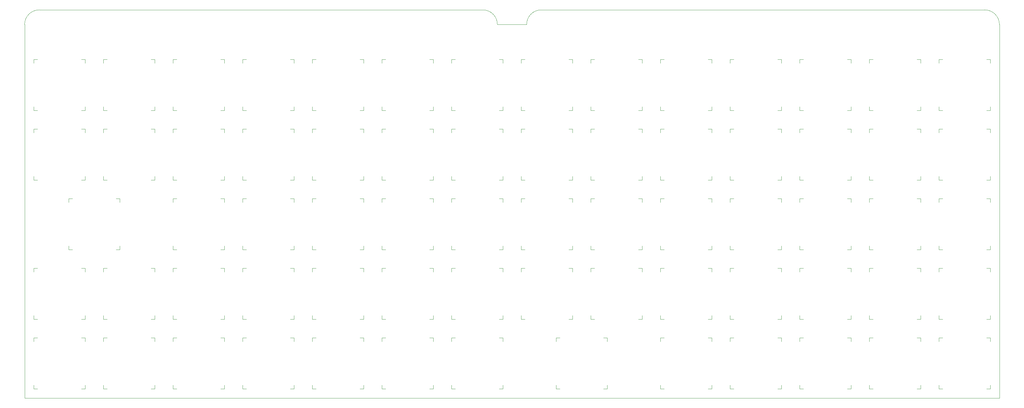
<source format=gbr>
G04 #@! TF.GenerationSoftware,KiCad,Pcbnew,(5.1.5)-3*
G04 #@! TF.CreationDate,2020-01-29T02:04:40-08:00*
G04 #@! TF.ProjectId,keyboard,6b657962-6f61-4726-942e-6b696361645f,rev?*
G04 #@! TF.SameCoordinates,Original*
G04 #@! TF.FileFunction,Legend,Bot*
G04 #@! TF.FilePolarity,Positive*
%FSLAX46Y46*%
G04 Gerber Fmt 4.6, Leading zero omitted, Abs format (unit mm)*
G04 Created by KiCad (PCBNEW (5.1.5)-3) date 2020-01-29 02:04:40*
%MOMM*%
%LPD*%
G04 APERTURE LIST*
%ADD10C,0.120000*%
%ADD11C,4.089800*%
%ADD12C,3.102000*%
%ADD13C,3.402000*%
%ADD14O,1.302000X2.002000*%
%ADD15C,1.552000*%
G04 APERTURE END LIST*
D10*
X222316035Y-90789728D02*
X230316035Y-90789728D01*
X359666001Y-90789728D02*
G75*
G03X355666001Y-86789728I-4000000J0D01*
G01*
X355666001Y-86789728D02*
X234316035Y-86789728D01*
X359666001Y-193039800D02*
X359666001Y-90789728D01*
X234316035Y-86789728D02*
G75*
G03X230316035Y-90789728I0J-4000000D01*
G01*
X222316035Y-90789728D02*
G75*
G03X218316035Y-86789728I-4000000J0D01*
G01*
X96966085Y-86789728D02*
G75*
G03X92966085Y-90789728I0J-4000000D01*
G01*
X218316035Y-86789728D02*
X96966085Y-86789728D01*
X92966085Y-90789728D02*
X92966085Y-193039800D01*
X359666001Y-193039800D02*
X92966085Y-193039800D01*
X119015199Y-152415365D02*
X119015199Y-151415365D01*
X118015199Y-138415365D02*
X119015199Y-138415365D01*
X119015199Y-152415365D02*
X118015199Y-152415365D01*
X119015199Y-139415365D02*
X119015199Y-138415365D01*
X105015199Y-138415365D02*
X105015199Y-139415365D01*
X106015199Y-152415365D02*
X105015199Y-152415365D01*
X105015199Y-138415365D02*
X106015199Y-138415365D01*
X105015199Y-151415365D02*
X105015199Y-152415365D01*
X128540199Y-190515266D02*
X128540199Y-189515266D01*
X127540199Y-176515266D02*
X128540199Y-176515266D01*
X128540199Y-190515266D02*
X127540199Y-190515266D01*
X128540199Y-177515266D02*
X128540199Y-176515266D01*
X114540199Y-176515266D02*
X114540199Y-177515266D01*
X115540199Y-190515266D02*
X114540199Y-190515266D01*
X114540199Y-176515266D02*
X115540199Y-176515266D01*
X114540199Y-189515266D02*
X114540199Y-190515266D01*
X357140274Y-114315350D02*
X357140274Y-113315350D01*
X356140274Y-100315350D02*
X357140274Y-100315350D01*
X357140274Y-114315350D02*
X356140274Y-114315350D01*
X357140274Y-101315350D02*
X357140274Y-100315350D01*
X343140274Y-100315350D02*
X343140274Y-101315350D01*
X344140274Y-114315350D02*
X343140274Y-114315350D01*
X343140274Y-100315350D02*
X344140274Y-100315350D01*
X343140274Y-113315350D02*
X343140274Y-114315350D01*
X109490199Y-114315350D02*
X109490199Y-113315350D01*
X108490199Y-100315350D02*
X109490199Y-100315350D01*
X109490199Y-114315350D02*
X108490199Y-114315350D01*
X109490199Y-101315350D02*
X109490199Y-100315350D01*
X95490199Y-100315350D02*
X95490199Y-101315350D01*
X96490199Y-114315350D02*
X95490199Y-114315350D01*
X95490199Y-100315350D02*
X96490199Y-100315350D01*
X95490199Y-113315350D02*
X95490199Y-114315350D01*
X128540199Y-114315350D02*
X128540199Y-113315350D01*
X127540199Y-100315350D02*
X128540199Y-100315350D01*
X128540199Y-114315350D02*
X127540199Y-114315350D01*
X128540199Y-101315350D02*
X128540199Y-100315350D01*
X114540199Y-100315350D02*
X114540199Y-101315350D01*
X115540199Y-114315350D02*
X114540199Y-114315350D01*
X114540199Y-100315350D02*
X115540199Y-100315350D01*
X114540199Y-113315350D02*
X114540199Y-114315350D01*
X147590199Y-114315350D02*
X147590199Y-113315350D01*
X146590199Y-100315350D02*
X147590199Y-100315350D01*
X147590199Y-114315350D02*
X146590199Y-114315350D01*
X147590199Y-101315350D02*
X147590199Y-100315350D01*
X133590199Y-100315350D02*
X133590199Y-101315350D01*
X134590199Y-114315350D02*
X133590199Y-114315350D01*
X133590199Y-100315350D02*
X134590199Y-100315350D01*
X133590199Y-113315350D02*
X133590199Y-114315350D01*
X357140274Y-133365350D02*
X357140274Y-132365350D01*
X356140274Y-119365350D02*
X357140274Y-119365350D01*
X357140274Y-133365350D02*
X356140274Y-133365350D01*
X357140274Y-120365350D02*
X357140274Y-119365350D01*
X343140274Y-119365350D02*
X343140274Y-120365350D01*
X344140274Y-133365350D02*
X343140274Y-133365350D01*
X343140274Y-119365350D02*
X344140274Y-119365350D01*
X343140274Y-132365350D02*
X343140274Y-133365350D01*
X357140274Y-152415365D02*
X357140274Y-151415365D01*
X356140274Y-138415365D02*
X357140274Y-138415365D01*
X357140274Y-152415365D02*
X356140274Y-152415365D01*
X357140274Y-139415365D02*
X357140274Y-138415365D01*
X343140274Y-138415365D02*
X343140274Y-139415365D01*
X344140274Y-152415365D02*
X343140274Y-152415365D01*
X343140274Y-138415365D02*
X344140274Y-138415365D01*
X343140274Y-151415365D02*
X343140274Y-152415365D01*
X357140274Y-171465351D02*
X357140274Y-170465351D01*
X356140274Y-157465351D02*
X357140274Y-157465351D01*
X357140274Y-171465351D02*
X356140274Y-171465351D01*
X357140274Y-158465351D02*
X357140274Y-157465351D01*
X343140274Y-157465351D02*
X343140274Y-158465351D01*
X344140274Y-171465351D02*
X343140274Y-171465351D01*
X343140274Y-157465351D02*
X344140274Y-157465351D01*
X343140274Y-170465351D02*
X343140274Y-171465351D01*
X357140275Y-190515265D02*
X357140275Y-189515265D01*
X356140275Y-176515265D02*
X357140275Y-176515265D01*
X357140275Y-190515265D02*
X356140275Y-190515265D01*
X357140275Y-177515265D02*
X357140275Y-176515265D01*
X343140275Y-176515265D02*
X343140275Y-177515265D01*
X344140275Y-190515265D02*
X343140275Y-190515265D01*
X343140275Y-176515265D02*
X344140275Y-176515265D01*
X343140275Y-189515265D02*
X343140275Y-190515265D01*
X338090349Y-114315350D02*
X338090349Y-113315350D01*
X337090349Y-100315350D02*
X338090349Y-100315350D01*
X338090349Y-114315350D02*
X337090349Y-114315350D01*
X338090349Y-101315350D02*
X338090349Y-100315350D01*
X324090349Y-100315350D02*
X324090349Y-101315350D01*
X325090349Y-114315350D02*
X324090349Y-114315350D01*
X324090349Y-100315350D02*
X325090349Y-100315350D01*
X324090349Y-113315350D02*
X324090349Y-114315350D01*
X338090349Y-133365350D02*
X338090349Y-132365350D01*
X337090349Y-119365350D02*
X338090349Y-119365350D01*
X338090349Y-133365350D02*
X337090349Y-133365350D01*
X338090349Y-120365350D02*
X338090349Y-119365350D01*
X324090349Y-119365350D02*
X324090349Y-120365350D01*
X325090349Y-133365350D02*
X324090349Y-133365350D01*
X324090349Y-119365350D02*
X325090349Y-119365350D01*
X324090349Y-132365350D02*
X324090349Y-133365350D01*
X338090349Y-152415365D02*
X338090349Y-151415365D01*
X337090349Y-138415365D02*
X338090349Y-138415365D01*
X338090349Y-152415365D02*
X337090349Y-152415365D01*
X338090349Y-139415365D02*
X338090349Y-138415365D01*
X324090349Y-138415365D02*
X324090349Y-139415365D01*
X325090349Y-152415365D02*
X324090349Y-152415365D01*
X324090349Y-138415365D02*
X325090349Y-138415365D01*
X324090349Y-151415365D02*
X324090349Y-152415365D01*
X338090349Y-171465351D02*
X338090349Y-170465351D01*
X337090349Y-157465351D02*
X338090349Y-157465351D01*
X338090349Y-171465351D02*
X337090349Y-171465351D01*
X338090349Y-158465351D02*
X338090349Y-157465351D01*
X324090349Y-157465351D02*
X324090349Y-158465351D01*
X325090349Y-171465351D02*
X324090349Y-171465351D01*
X324090349Y-157465351D02*
X325090349Y-157465351D01*
X324090349Y-170465351D02*
X324090349Y-171465351D01*
X338090350Y-190515265D02*
X338090350Y-189515265D01*
X337090350Y-176515265D02*
X338090350Y-176515265D01*
X338090350Y-190515265D02*
X337090350Y-190515265D01*
X338090350Y-177515265D02*
X338090350Y-176515265D01*
X324090350Y-176515265D02*
X324090350Y-177515265D01*
X325090350Y-190515265D02*
X324090350Y-190515265D01*
X324090350Y-176515265D02*
X325090350Y-176515265D01*
X324090350Y-189515265D02*
X324090350Y-190515265D01*
X319040349Y-114315350D02*
X319040349Y-113315350D01*
X318040349Y-100315350D02*
X319040349Y-100315350D01*
X319040349Y-114315350D02*
X318040349Y-114315350D01*
X319040349Y-101315350D02*
X319040349Y-100315350D01*
X305040349Y-100315350D02*
X305040349Y-101315350D01*
X306040349Y-114315350D02*
X305040349Y-114315350D01*
X305040349Y-100315350D02*
X306040349Y-100315350D01*
X305040349Y-113315350D02*
X305040349Y-114315350D01*
X319040349Y-133365350D02*
X319040349Y-132365350D01*
X318040349Y-119365350D02*
X319040349Y-119365350D01*
X319040349Y-133365350D02*
X318040349Y-133365350D01*
X319040349Y-120365350D02*
X319040349Y-119365350D01*
X305040349Y-119365350D02*
X305040349Y-120365350D01*
X306040349Y-133365350D02*
X305040349Y-133365350D01*
X305040349Y-119365350D02*
X306040349Y-119365350D01*
X305040349Y-132365350D02*
X305040349Y-133365350D01*
X319040349Y-152415365D02*
X319040349Y-151415365D01*
X318040349Y-138415365D02*
X319040349Y-138415365D01*
X319040349Y-152415365D02*
X318040349Y-152415365D01*
X319040349Y-139415365D02*
X319040349Y-138415365D01*
X305040349Y-138415365D02*
X305040349Y-139415365D01*
X306040349Y-152415365D02*
X305040349Y-152415365D01*
X305040349Y-138415365D02*
X306040349Y-138415365D01*
X305040349Y-151415365D02*
X305040349Y-152415365D01*
X319040349Y-171465351D02*
X319040349Y-170465351D01*
X318040349Y-157465351D02*
X319040349Y-157465351D01*
X319040349Y-171465351D02*
X318040349Y-171465351D01*
X319040349Y-158465351D02*
X319040349Y-157465351D01*
X305040349Y-157465351D02*
X305040349Y-158465351D01*
X306040349Y-171465351D02*
X305040349Y-171465351D01*
X305040349Y-157465351D02*
X306040349Y-157465351D01*
X305040349Y-170465351D02*
X305040349Y-171465351D01*
X319040350Y-190515265D02*
X319040350Y-189515265D01*
X318040350Y-176515265D02*
X319040350Y-176515265D01*
X319040350Y-190515265D02*
X318040350Y-190515265D01*
X319040350Y-177515265D02*
X319040350Y-176515265D01*
X305040350Y-176515265D02*
X305040350Y-177515265D01*
X306040350Y-190515265D02*
X305040350Y-190515265D01*
X305040350Y-176515265D02*
X306040350Y-176515265D01*
X305040350Y-189515265D02*
X305040350Y-190515265D01*
X299990349Y-114315350D02*
X299990349Y-113315350D01*
X298990349Y-100315350D02*
X299990349Y-100315350D01*
X299990349Y-114315350D02*
X298990349Y-114315350D01*
X299990349Y-101315350D02*
X299990349Y-100315350D01*
X285990349Y-100315350D02*
X285990349Y-101315350D01*
X286990349Y-114315350D02*
X285990349Y-114315350D01*
X285990349Y-100315350D02*
X286990349Y-100315350D01*
X285990349Y-113315350D02*
X285990349Y-114315350D01*
X299990349Y-133365350D02*
X299990349Y-132365350D01*
X298990349Y-119365350D02*
X299990349Y-119365350D01*
X299990349Y-133365350D02*
X298990349Y-133365350D01*
X299990349Y-120365350D02*
X299990349Y-119365350D01*
X285990349Y-119365350D02*
X285990349Y-120365350D01*
X286990349Y-133365350D02*
X285990349Y-133365350D01*
X285990349Y-119365350D02*
X286990349Y-119365350D01*
X285990349Y-132365350D02*
X285990349Y-133365350D01*
X299990349Y-152415365D02*
X299990349Y-151415365D01*
X298990349Y-138415365D02*
X299990349Y-138415365D01*
X299990349Y-152415365D02*
X298990349Y-152415365D01*
X299990349Y-139415365D02*
X299990349Y-138415365D01*
X285990349Y-138415365D02*
X285990349Y-139415365D01*
X286990349Y-152415365D02*
X285990349Y-152415365D01*
X285990349Y-138415365D02*
X286990349Y-138415365D01*
X285990349Y-151415365D02*
X285990349Y-152415365D01*
X299990349Y-171465351D02*
X299990349Y-170465351D01*
X298990349Y-157465351D02*
X299990349Y-157465351D01*
X299990349Y-171465351D02*
X298990349Y-171465351D01*
X299990349Y-158465351D02*
X299990349Y-157465351D01*
X285990349Y-157465351D02*
X285990349Y-158465351D01*
X286990349Y-171465351D02*
X285990349Y-171465351D01*
X285990349Y-157465351D02*
X286990349Y-157465351D01*
X285990349Y-170465351D02*
X285990349Y-171465351D01*
X299990350Y-190515265D02*
X299990350Y-189515265D01*
X298990350Y-176515265D02*
X299990350Y-176515265D01*
X299990350Y-190515265D02*
X298990350Y-190515265D01*
X299990350Y-177515265D02*
X299990350Y-176515265D01*
X285990350Y-176515265D02*
X285990350Y-177515265D01*
X286990350Y-190515265D02*
X285990350Y-190515265D01*
X285990350Y-176515265D02*
X286990350Y-176515265D01*
X285990350Y-189515265D02*
X285990350Y-190515265D01*
X280940349Y-114315350D02*
X280940349Y-113315350D01*
X279940349Y-100315350D02*
X280940349Y-100315350D01*
X280940349Y-114315350D02*
X279940349Y-114315350D01*
X280940349Y-101315350D02*
X280940349Y-100315350D01*
X266940349Y-100315350D02*
X266940349Y-101315350D01*
X267940349Y-114315350D02*
X266940349Y-114315350D01*
X266940349Y-100315350D02*
X267940349Y-100315350D01*
X266940349Y-113315350D02*
X266940349Y-114315350D01*
X280940349Y-133365350D02*
X280940349Y-132365350D01*
X279940349Y-119365350D02*
X280940349Y-119365350D01*
X280940349Y-133365350D02*
X279940349Y-133365350D01*
X280940349Y-120365350D02*
X280940349Y-119365350D01*
X266940349Y-119365350D02*
X266940349Y-120365350D01*
X267940349Y-133365350D02*
X266940349Y-133365350D01*
X266940349Y-119365350D02*
X267940349Y-119365350D01*
X266940349Y-132365350D02*
X266940349Y-133365350D01*
X280940349Y-152415365D02*
X280940349Y-151415365D01*
X279940349Y-138415365D02*
X280940349Y-138415365D01*
X280940349Y-152415365D02*
X279940349Y-152415365D01*
X280940349Y-139415365D02*
X280940349Y-138415365D01*
X266940349Y-138415365D02*
X266940349Y-139415365D01*
X267940349Y-152415365D02*
X266940349Y-152415365D01*
X266940349Y-138415365D02*
X267940349Y-138415365D01*
X266940349Y-151415365D02*
X266940349Y-152415365D01*
X280940349Y-171465351D02*
X280940349Y-170465351D01*
X279940349Y-157465351D02*
X280940349Y-157465351D01*
X280940349Y-171465351D02*
X279940349Y-171465351D01*
X280940349Y-158465351D02*
X280940349Y-157465351D01*
X266940349Y-157465351D02*
X266940349Y-158465351D01*
X267940349Y-171465351D02*
X266940349Y-171465351D01*
X266940349Y-157465351D02*
X267940349Y-157465351D01*
X266940349Y-170465351D02*
X266940349Y-171465351D01*
X280940350Y-190515265D02*
X280940350Y-189515265D01*
X279940350Y-176515265D02*
X280940350Y-176515265D01*
X280940350Y-190515265D02*
X279940350Y-190515265D01*
X280940350Y-177515265D02*
X280940350Y-176515265D01*
X266940350Y-176515265D02*
X266940350Y-177515265D01*
X267940350Y-190515265D02*
X266940350Y-190515265D01*
X266940350Y-176515265D02*
X267940350Y-176515265D01*
X266940350Y-189515265D02*
X266940350Y-190515265D01*
X261891049Y-114315350D02*
X261891049Y-113315350D01*
X260891049Y-100315350D02*
X261891049Y-100315350D01*
X261891049Y-114315350D02*
X260891049Y-114315350D01*
X261891049Y-101315350D02*
X261891049Y-100315350D01*
X247891049Y-100315350D02*
X247891049Y-101315350D01*
X248891049Y-114315350D02*
X247891049Y-114315350D01*
X247891049Y-100315350D02*
X248891049Y-100315350D01*
X247891049Y-113315350D02*
X247891049Y-114315350D01*
X261891049Y-133365350D02*
X261891049Y-132365350D01*
X260891049Y-119365350D02*
X261891049Y-119365350D01*
X261891049Y-133365350D02*
X260891049Y-133365350D01*
X261891049Y-120365350D02*
X261891049Y-119365350D01*
X247891049Y-119365350D02*
X247891049Y-120365350D01*
X248891049Y-133365350D02*
X247891049Y-133365350D01*
X247891049Y-119365350D02*
X248891049Y-119365350D01*
X247891049Y-132365350D02*
X247891049Y-133365350D01*
X261891049Y-152415365D02*
X261891049Y-151415365D01*
X260891049Y-138415365D02*
X261891049Y-138415365D01*
X261891049Y-152415365D02*
X260891049Y-152415365D01*
X261891049Y-139415365D02*
X261891049Y-138415365D01*
X247891049Y-138415365D02*
X247891049Y-139415365D01*
X248891049Y-152415365D02*
X247891049Y-152415365D01*
X247891049Y-138415365D02*
X248891049Y-138415365D01*
X247891049Y-151415365D02*
X247891049Y-152415365D01*
X261891049Y-171465351D02*
X261891049Y-170465351D01*
X260891049Y-157465351D02*
X261891049Y-157465351D01*
X261891049Y-171465351D02*
X260891049Y-171465351D01*
X261891049Y-158465351D02*
X261891049Y-157465351D01*
X247891049Y-157465351D02*
X247891049Y-158465351D01*
X248891049Y-171465351D02*
X247891049Y-171465351D01*
X247891049Y-157465351D02*
X248891049Y-157465351D01*
X247891049Y-170465351D02*
X247891049Y-171465351D01*
X252365199Y-190515265D02*
X252365199Y-189515265D01*
X251365199Y-176515265D02*
X252365199Y-176515265D01*
X252365199Y-190515265D02*
X251365199Y-190515265D01*
X252365199Y-177515265D02*
X252365199Y-176515265D01*
X238365199Y-176515265D02*
X238365199Y-177515265D01*
X239365199Y-190515265D02*
X238365199Y-190515265D01*
X238365199Y-176515265D02*
X239365199Y-176515265D01*
X238365199Y-189515265D02*
X238365199Y-190515265D01*
X242841199Y-114315350D02*
X242841199Y-113315350D01*
X241841199Y-100315350D02*
X242841199Y-100315350D01*
X242841199Y-114315350D02*
X241841199Y-114315350D01*
X242841199Y-101315350D02*
X242841199Y-100315350D01*
X228841199Y-100315350D02*
X228841199Y-101315350D01*
X229841199Y-114315350D02*
X228841199Y-114315350D01*
X228841199Y-100315350D02*
X229841199Y-100315350D01*
X228841199Y-113315350D02*
X228841199Y-114315350D01*
X242841199Y-133365350D02*
X242841199Y-132365350D01*
X241841199Y-119365350D02*
X242841199Y-119365350D01*
X242841199Y-133365350D02*
X241841199Y-133365350D01*
X242841199Y-120365350D02*
X242841199Y-119365350D01*
X228841199Y-119365350D02*
X228841199Y-120365350D01*
X229841199Y-133365350D02*
X228841199Y-133365350D01*
X228841199Y-119365350D02*
X229841199Y-119365350D01*
X228841199Y-132365350D02*
X228841199Y-133365350D01*
X242841199Y-152415365D02*
X242841199Y-151415365D01*
X241841199Y-138415365D02*
X242841199Y-138415365D01*
X242841199Y-152415365D02*
X241841199Y-152415365D01*
X242841199Y-139415365D02*
X242841199Y-138415365D01*
X228841199Y-138415365D02*
X228841199Y-139415365D01*
X229841199Y-152415365D02*
X228841199Y-152415365D01*
X228841199Y-138415365D02*
X229841199Y-138415365D01*
X228841199Y-151415365D02*
X228841199Y-152415365D01*
X242841199Y-171465351D02*
X242841199Y-170465351D01*
X241841199Y-157465351D02*
X242841199Y-157465351D01*
X242841199Y-171465351D02*
X241841199Y-171465351D01*
X242841199Y-158465351D02*
X242841199Y-157465351D01*
X228841199Y-157465351D02*
X228841199Y-158465351D01*
X229841199Y-171465351D02*
X228841199Y-171465351D01*
X228841199Y-157465351D02*
X229841199Y-157465351D01*
X228841199Y-170465351D02*
X228841199Y-171465351D01*
X223790200Y-114315350D02*
X223790200Y-113315350D01*
X222790200Y-100315350D02*
X223790200Y-100315350D01*
X223790200Y-114315350D02*
X222790200Y-114315350D01*
X223790200Y-101315350D02*
X223790200Y-100315350D01*
X209790200Y-100315350D02*
X209790200Y-101315350D01*
X210790200Y-114315350D02*
X209790200Y-114315350D01*
X209790200Y-100315350D02*
X210790200Y-100315350D01*
X209790200Y-113315350D02*
X209790200Y-114315350D01*
X223790200Y-133365351D02*
X223790200Y-132365351D01*
X222790200Y-119365351D02*
X223790200Y-119365351D01*
X223790200Y-133365351D02*
X222790200Y-133365351D01*
X223790200Y-120365351D02*
X223790200Y-119365351D01*
X209790200Y-119365351D02*
X209790200Y-120365351D01*
X210790200Y-133365351D02*
X209790200Y-133365351D01*
X209790200Y-119365351D02*
X210790200Y-119365351D01*
X209790200Y-132365351D02*
X209790200Y-133365351D01*
X223790200Y-152415365D02*
X223790200Y-151415365D01*
X222790200Y-138415365D02*
X223790200Y-138415365D01*
X223790200Y-152415365D02*
X222790200Y-152415365D01*
X223790200Y-139415365D02*
X223790200Y-138415365D01*
X209790200Y-138415365D02*
X209790200Y-139415365D01*
X210790200Y-152415365D02*
X209790200Y-152415365D01*
X209790200Y-138415365D02*
X210790200Y-138415365D01*
X209790200Y-151415365D02*
X209790200Y-152415365D01*
X223790200Y-171465351D02*
X223790200Y-170465351D01*
X222790200Y-157465351D02*
X223790200Y-157465351D01*
X223790200Y-171465351D02*
X222790200Y-171465351D01*
X223790200Y-158465351D02*
X223790200Y-157465351D01*
X209790200Y-157465351D02*
X209790200Y-158465351D01*
X210790200Y-171465351D02*
X209790200Y-171465351D01*
X209790200Y-157465351D02*
X210790200Y-157465351D01*
X209790200Y-170465351D02*
X209790200Y-171465351D01*
X223790200Y-190515266D02*
X223790200Y-189515266D01*
X222790200Y-176515266D02*
X223790200Y-176515266D01*
X223790200Y-190515266D02*
X222790200Y-190515266D01*
X223790200Y-177515266D02*
X223790200Y-176515266D01*
X209790200Y-176515266D02*
X209790200Y-177515266D01*
X210790200Y-190515266D02*
X209790200Y-190515266D01*
X209790200Y-176515266D02*
X210790200Y-176515266D01*
X209790200Y-189515266D02*
X209790200Y-190515266D01*
X204740199Y-114315350D02*
X204740199Y-113315350D01*
X203740199Y-100315350D02*
X204740199Y-100315350D01*
X204740199Y-114315350D02*
X203740199Y-114315350D01*
X204740199Y-101315350D02*
X204740199Y-100315350D01*
X190740199Y-100315350D02*
X190740199Y-101315350D01*
X191740199Y-114315350D02*
X190740199Y-114315350D01*
X190740199Y-100315350D02*
X191740199Y-100315350D01*
X190740199Y-113315350D02*
X190740199Y-114315350D01*
X204740199Y-133365351D02*
X204740199Y-132365351D01*
X203740199Y-119365351D02*
X204740199Y-119365351D01*
X204740199Y-133365351D02*
X203740199Y-133365351D01*
X204740199Y-120365351D02*
X204740199Y-119365351D01*
X190740199Y-119365351D02*
X190740199Y-120365351D01*
X191740199Y-133365351D02*
X190740199Y-133365351D01*
X190740199Y-119365351D02*
X191740199Y-119365351D01*
X190740199Y-132365351D02*
X190740199Y-133365351D01*
X204740199Y-152415365D02*
X204740199Y-151415365D01*
X203740199Y-138415365D02*
X204740199Y-138415365D01*
X204740199Y-152415365D02*
X203740199Y-152415365D01*
X204740199Y-139415365D02*
X204740199Y-138415365D01*
X190740199Y-138415365D02*
X190740199Y-139415365D01*
X191740199Y-152415365D02*
X190740199Y-152415365D01*
X190740199Y-138415365D02*
X191740199Y-138415365D01*
X190740199Y-151415365D02*
X190740199Y-152415365D01*
X204740199Y-171465351D02*
X204740199Y-170465351D01*
X203740199Y-157465351D02*
X204740199Y-157465351D01*
X204740199Y-171465351D02*
X203740199Y-171465351D01*
X204740199Y-158465351D02*
X204740199Y-157465351D01*
X190740199Y-157465351D02*
X190740199Y-158465351D01*
X191740199Y-171465351D02*
X190740199Y-171465351D01*
X190740199Y-157465351D02*
X191740199Y-157465351D01*
X190740199Y-170465351D02*
X190740199Y-171465351D01*
X204740199Y-190515266D02*
X204740199Y-189515266D01*
X203740199Y-176515266D02*
X204740199Y-176515266D01*
X204740199Y-190515266D02*
X203740199Y-190515266D01*
X204740199Y-177515266D02*
X204740199Y-176515266D01*
X190740199Y-176515266D02*
X190740199Y-177515266D01*
X191740199Y-190515266D02*
X190740199Y-190515266D01*
X190740199Y-176515266D02*
X191740199Y-176515266D01*
X190740199Y-189515266D02*
X190740199Y-190515266D01*
X185690199Y-114315350D02*
X185690199Y-113315350D01*
X184690199Y-100315350D02*
X185690199Y-100315350D01*
X185690199Y-114315350D02*
X184690199Y-114315350D01*
X185690199Y-101315350D02*
X185690199Y-100315350D01*
X171690199Y-100315350D02*
X171690199Y-101315350D01*
X172690199Y-114315350D02*
X171690199Y-114315350D01*
X171690199Y-100315350D02*
X172690199Y-100315350D01*
X171690199Y-113315350D02*
X171690199Y-114315350D01*
X185690199Y-133365351D02*
X185690199Y-132365351D01*
X184690199Y-119365351D02*
X185690199Y-119365351D01*
X185690199Y-133365351D02*
X184690199Y-133365351D01*
X185690199Y-120365351D02*
X185690199Y-119365351D01*
X171690199Y-119365351D02*
X171690199Y-120365351D01*
X172690199Y-133365351D02*
X171690199Y-133365351D01*
X171690199Y-119365351D02*
X172690199Y-119365351D01*
X171690199Y-132365351D02*
X171690199Y-133365351D01*
X185690199Y-152415365D02*
X185690199Y-151415365D01*
X184690199Y-138415365D02*
X185690199Y-138415365D01*
X185690199Y-152415365D02*
X184690199Y-152415365D01*
X185690199Y-139415365D02*
X185690199Y-138415365D01*
X171690199Y-138415365D02*
X171690199Y-139415365D01*
X172690199Y-152415365D02*
X171690199Y-152415365D01*
X171690199Y-138415365D02*
X172690199Y-138415365D01*
X171690199Y-151415365D02*
X171690199Y-152415365D01*
X185690199Y-171465351D02*
X185690199Y-170465351D01*
X184690199Y-157465351D02*
X185690199Y-157465351D01*
X185690199Y-171465351D02*
X184690199Y-171465351D01*
X185690199Y-158465351D02*
X185690199Y-157465351D01*
X171690199Y-157465351D02*
X171690199Y-158465351D01*
X172690199Y-171465351D02*
X171690199Y-171465351D01*
X171690199Y-157465351D02*
X172690199Y-157465351D01*
X171690199Y-170465351D02*
X171690199Y-171465351D01*
X185690199Y-190515266D02*
X185690199Y-189515266D01*
X184690199Y-176515266D02*
X185690199Y-176515266D01*
X185690199Y-190515266D02*
X184690199Y-190515266D01*
X185690199Y-177515266D02*
X185690199Y-176515266D01*
X171690199Y-176515266D02*
X171690199Y-177515266D01*
X172690199Y-190515266D02*
X171690199Y-190515266D01*
X171690199Y-176515266D02*
X172690199Y-176515266D01*
X171690199Y-189515266D02*
X171690199Y-190515266D01*
X166640199Y-114315350D02*
X166640199Y-113315350D01*
X165640199Y-100315350D02*
X166640199Y-100315350D01*
X166640199Y-114315350D02*
X165640199Y-114315350D01*
X166640199Y-101315350D02*
X166640199Y-100315350D01*
X152640199Y-100315350D02*
X152640199Y-101315350D01*
X153640199Y-114315350D02*
X152640199Y-114315350D01*
X152640199Y-100315350D02*
X153640199Y-100315350D01*
X152640199Y-113315350D02*
X152640199Y-114315350D01*
X166640199Y-133365351D02*
X166640199Y-132365351D01*
X165640199Y-119365351D02*
X166640199Y-119365351D01*
X166640199Y-133365351D02*
X165640199Y-133365351D01*
X166640199Y-120365351D02*
X166640199Y-119365351D01*
X152640199Y-119365351D02*
X152640199Y-120365351D01*
X153640199Y-133365351D02*
X152640199Y-133365351D01*
X152640199Y-119365351D02*
X153640199Y-119365351D01*
X152640199Y-132365351D02*
X152640199Y-133365351D01*
X166640199Y-152415365D02*
X166640199Y-151415365D01*
X165640199Y-138415365D02*
X166640199Y-138415365D01*
X166640199Y-152415365D02*
X165640199Y-152415365D01*
X166640199Y-139415365D02*
X166640199Y-138415365D01*
X152640199Y-138415365D02*
X152640199Y-139415365D01*
X153640199Y-152415365D02*
X152640199Y-152415365D01*
X152640199Y-138415365D02*
X153640199Y-138415365D01*
X152640199Y-151415365D02*
X152640199Y-152415365D01*
X166640199Y-171465351D02*
X166640199Y-170465351D01*
X165640199Y-157465351D02*
X166640199Y-157465351D01*
X166640199Y-171465351D02*
X165640199Y-171465351D01*
X166640199Y-158465351D02*
X166640199Y-157465351D01*
X152640199Y-157465351D02*
X152640199Y-158465351D01*
X153640199Y-171465351D02*
X152640199Y-171465351D01*
X152640199Y-157465351D02*
X153640199Y-157465351D01*
X152640199Y-170465351D02*
X152640199Y-171465351D01*
X166640199Y-190515266D02*
X166640199Y-189515266D01*
X165640199Y-176515266D02*
X166640199Y-176515266D01*
X166640199Y-190515266D02*
X165640199Y-190515266D01*
X166640199Y-177515266D02*
X166640199Y-176515266D01*
X152640199Y-176515266D02*
X152640199Y-177515266D01*
X153640199Y-190515266D02*
X152640199Y-190515266D01*
X152640199Y-176515266D02*
X153640199Y-176515266D01*
X152640199Y-189515266D02*
X152640199Y-190515266D01*
X147590199Y-133365351D02*
X147590199Y-132365351D01*
X146590199Y-119365351D02*
X147590199Y-119365351D01*
X147590199Y-133365351D02*
X146590199Y-133365351D01*
X147590199Y-120365351D02*
X147590199Y-119365351D01*
X133590199Y-119365351D02*
X133590199Y-120365351D01*
X134590199Y-133365351D02*
X133590199Y-133365351D01*
X133590199Y-119365351D02*
X134590199Y-119365351D01*
X133590199Y-132365351D02*
X133590199Y-133365351D01*
X147590199Y-152415365D02*
X147590199Y-151415365D01*
X146590199Y-138415365D02*
X147590199Y-138415365D01*
X147590199Y-152415365D02*
X146590199Y-152415365D01*
X147590199Y-139415365D02*
X147590199Y-138415365D01*
X133590199Y-138415365D02*
X133590199Y-139415365D01*
X134590199Y-152415365D02*
X133590199Y-152415365D01*
X133590199Y-138415365D02*
X134590199Y-138415365D01*
X133590199Y-151415365D02*
X133590199Y-152415365D01*
X147590199Y-171465351D02*
X147590199Y-170465351D01*
X146590199Y-157465351D02*
X147590199Y-157465351D01*
X147590199Y-171465351D02*
X146590199Y-171465351D01*
X147590199Y-158465351D02*
X147590199Y-157465351D01*
X133590199Y-157465351D02*
X133590199Y-158465351D01*
X134590199Y-171465351D02*
X133590199Y-171465351D01*
X133590199Y-157465351D02*
X134590199Y-157465351D01*
X133590199Y-170465351D02*
X133590199Y-171465351D01*
X147590199Y-190515266D02*
X147590199Y-189515266D01*
X146590199Y-176515266D02*
X147590199Y-176515266D01*
X147590199Y-190515266D02*
X146590199Y-190515266D01*
X147590199Y-177515266D02*
X147590199Y-176515266D01*
X133590199Y-176515266D02*
X133590199Y-177515266D01*
X134590199Y-190515266D02*
X133590199Y-190515266D01*
X133590199Y-176515266D02*
X134590199Y-176515266D01*
X133590199Y-189515266D02*
X133590199Y-190515266D01*
X128540199Y-133365351D02*
X128540199Y-132365351D01*
X127540199Y-119365351D02*
X128540199Y-119365351D01*
X128540199Y-133365351D02*
X127540199Y-133365351D01*
X128540199Y-120365351D02*
X128540199Y-119365351D01*
X114540199Y-119365351D02*
X114540199Y-120365351D01*
X115540199Y-133365351D02*
X114540199Y-133365351D01*
X114540199Y-119365351D02*
X115540199Y-119365351D01*
X114540199Y-132365351D02*
X114540199Y-133365351D01*
X128540199Y-171465351D02*
X128540199Y-170465351D01*
X127540199Y-157465351D02*
X128540199Y-157465351D01*
X128540199Y-171465351D02*
X127540199Y-171465351D01*
X128540199Y-158465351D02*
X128540199Y-157465351D01*
X114540199Y-157465351D02*
X114540199Y-158465351D01*
X115540199Y-171465351D02*
X114540199Y-171465351D01*
X114540199Y-157465351D02*
X115540199Y-157465351D01*
X114540199Y-170465351D02*
X114540199Y-171465351D01*
X109490199Y-133365351D02*
X109490199Y-132365351D01*
X108490199Y-119365351D02*
X109490199Y-119365351D01*
X109490199Y-133365351D02*
X108490199Y-133365351D01*
X109490199Y-120365351D02*
X109490199Y-119365351D01*
X95490199Y-119365351D02*
X95490199Y-120365351D01*
X96490199Y-133365351D02*
X95490199Y-133365351D01*
X95490199Y-119365351D02*
X96490199Y-119365351D01*
X95490199Y-132365351D02*
X95490199Y-133365351D01*
X109490199Y-171465351D02*
X109490199Y-170465351D01*
X108490199Y-157465351D02*
X109490199Y-157465351D01*
X109490199Y-171465351D02*
X108490199Y-171465351D01*
X109490199Y-158465351D02*
X109490199Y-157465351D01*
X95490199Y-157465351D02*
X95490199Y-158465351D01*
X96490199Y-171465351D02*
X95490199Y-171465351D01*
X95490199Y-157465351D02*
X96490199Y-157465351D01*
X95490199Y-170465351D02*
X95490199Y-171465351D01*
X109490199Y-190515266D02*
X109490199Y-189515266D01*
X108490199Y-176515266D02*
X109490199Y-176515266D01*
X109490199Y-190515266D02*
X108490199Y-190515266D01*
X109490199Y-177515266D02*
X109490199Y-176515266D01*
X95490199Y-176515266D02*
X95490199Y-177515266D01*
X96490199Y-190515266D02*
X95490199Y-190515266D01*
X95490199Y-176515266D02*
X96490199Y-176515266D01*
X95490199Y-189515266D02*
X95490199Y-190515266D01*
%LPC*%
D11*
X112015199Y-145415365D03*
D12*
X108205199Y-147955365D03*
X114555199Y-150495365D03*
D11*
X121540199Y-183515266D03*
D12*
X117730199Y-186055266D03*
X124080199Y-188595266D03*
D11*
X350140274Y-107315350D03*
D12*
X346330274Y-109855350D03*
X352680274Y-112395350D03*
D11*
X102490199Y-107315350D03*
D12*
X98680199Y-109855350D03*
X105030199Y-112395350D03*
D11*
X121540199Y-107315350D03*
D12*
X117730199Y-109855350D03*
X124080199Y-112395350D03*
D11*
X140590199Y-107315350D03*
D12*
X136780199Y-109855350D03*
X143130199Y-112395350D03*
D13*
X140590199Y-102815350D03*
D11*
X350140274Y-126365350D03*
D12*
X346330274Y-128905350D03*
X352680274Y-131445350D03*
D11*
X350140274Y-145415365D03*
D12*
X346330274Y-147955365D03*
X352680274Y-150495365D03*
D11*
X350140274Y-164465351D03*
D12*
X346330274Y-167005351D03*
X352680274Y-169545351D03*
D11*
X350140275Y-183515265D03*
D12*
X346330275Y-186055265D03*
X352680275Y-188595265D03*
D11*
X331090349Y-107315350D03*
D12*
X327280349Y-109855350D03*
X333630349Y-112395350D03*
D11*
X331090349Y-126365350D03*
D12*
X327280349Y-128905350D03*
X333630349Y-131445350D03*
D11*
X331090349Y-145415365D03*
D12*
X327280349Y-147955365D03*
X333630349Y-150495365D03*
D11*
X331090349Y-164465351D03*
D12*
X327280349Y-167005351D03*
X333630349Y-169545351D03*
D11*
X331090350Y-183515265D03*
D12*
X327280350Y-186055265D03*
X333630350Y-188595265D03*
D11*
X312040349Y-107315350D03*
D12*
X308230349Y-109855350D03*
X314580349Y-112395350D03*
D11*
X312040349Y-126365350D03*
D12*
X308230349Y-128905350D03*
X314580349Y-131445350D03*
D11*
X312040349Y-145415365D03*
D12*
X308230349Y-147955365D03*
X314580349Y-150495365D03*
D11*
X312040349Y-164465351D03*
D12*
X308230349Y-167005351D03*
X314580349Y-169545351D03*
D11*
X312040350Y-183515265D03*
D12*
X308230350Y-186055265D03*
X314580350Y-188595265D03*
D11*
X292990349Y-107315350D03*
D12*
X289180349Y-109855350D03*
X295530349Y-112395350D03*
D11*
X292990349Y-126365350D03*
D12*
X289180349Y-128905350D03*
X295530349Y-131445350D03*
D11*
X292990349Y-145415365D03*
D12*
X289180349Y-147955365D03*
X295530349Y-150495365D03*
D11*
X292990349Y-164465351D03*
D12*
X289180349Y-167005351D03*
X295530349Y-169545351D03*
D11*
X292990350Y-183515265D03*
D12*
X289180350Y-186055265D03*
X295530350Y-188595265D03*
D11*
X273940349Y-107315350D03*
D12*
X270130349Y-109855350D03*
X276480349Y-112395350D03*
D11*
X273940349Y-126365350D03*
D12*
X270130349Y-128905350D03*
X276480349Y-131445350D03*
D11*
X273940349Y-145415365D03*
D12*
X270130349Y-147955365D03*
X276480349Y-150495365D03*
D11*
X273940349Y-164465351D03*
D12*
X270130349Y-167005351D03*
X276480349Y-169545351D03*
D11*
X273940350Y-183515265D03*
D12*
X270130350Y-186055265D03*
X276480350Y-188595265D03*
D11*
X254891049Y-107315350D03*
D12*
X251081049Y-109855350D03*
X257431049Y-112395350D03*
D11*
X254891049Y-126365350D03*
D12*
X251081049Y-128905350D03*
X257431049Y-131445350D03*
D11*
X254891049Y-145415365D03*
D12*
X251081049Y-147955365D03*
X257431049Y-150495365D03*
D11*
X254891049Y-164465351D03*
D12*
X251081049Y-167005351D03*
X257431049Y-169545351D03*
D11*
X245365199Y-183515265D03*
D12*
X241555199Y-186055265D03*
X247905199Y-188595265D03*
D11*
X235841199Y-107315350D03*
D12*
X232031199Y-109855350D03*
X238381199Y-112395350D03*
D11*
X235841199Y-126365350D03*
D12*
X232031199Y-128905350D03*
X238381199Y-131445350D03*
D11*
X235841199Y-145415365D03*
D12*
X232031199Y-147955365D03*
X238381199Y-150495365D03*
D11*
X235841199Y-164465351D03*
D12*
X232031199Y-167005351D03*
X238381199Y-169545351D03*
D11*
X216790200Y-107315350D03*
D12*
X212980200Y-109855350D03*
X219330200Y-112395350D03*
D11*
X216790200Y-126365351D03*
D12*
X212980200Y-128905351D03*
X219330200Y-131445351D03*
D11*
X216790200Y-145415365D03*
D12*
X212980200Y-147955365D03*
X219330200Y-150495365D03*
D11*
X216790200Y-164465351D03*
D12*
X212980200Y-167005351D03*
X219330200Y-169545351D03*
D11*
X216790200Y-183515266D03*
D12*
X212980200Y-186055266D03*
X219330200Y-188595266D03*
D11*
X197740199Y-107315350D03*
D12*
X193930199Y-109855350D03*
X200280199Y-112395350D03*
D11*
X197740199Y-126365351D03*
D12*
X193930199Y-128905351D03*
X200280199Y-131445351D03*
D11*
X197740199Y-145415365D03*
D12*
X193930199Y-147955365D03*
X200280199Y-150495365D03*
D11*
X197740199Y-164465351D03*
D12*
X193930199Y-167005351D03*
X200280199Y-169545351D03*
D11*
X197740199Y-183515266D03*
D12*
X193930199Y-186055266D03*
X200280199Y-188595266D03*
D11*
X178690199Y-107315350D03*
D12*
X174880199Y-109855350D03*
X181230199Y-112395350D03*
D11*
X178690199Y-126365351D03*
D12*
X174880199Y-128905351D03*
X181230199Y-131445351D03*
D11*
X178690199Y-145415365D03*
D12*
X174880199Y-147955365D03*
X181230199Y-150495365D03*
D11*
X178690199Y-164465351D03*
D12*
X174880199Y-167005351D03*
X181230199Y-169545351D03*
D11*
X178690199Y-183515266D03*
D12*
X174880199Y-186055266D03*
X181230199Y-188595266D03*
D11*
X159640199Y-107315350D03*
D12*
X155830199Y-109855350D03*
X162180199Y-112395350D03*
D11*
X159640199Y-126365351D03*
D12*
X155830199Y-128905351D03*
X162180199Y-131445351D03*
D11*
X159640199Y-145415365D03*
D12*
X155830199Y-147955365D03*
X162180199Y-150495365D03*
D11*
X159640199Y-164465351D03*
D12*
X155830199Y-167005351D03*
X162180199Y-169545351D03*
D11*
X159640199Y-183515266D03*
D12*
X155830199Y-186055266D03*
X162180199Y-188595266D03*
D11*
X140590199Y-126365351D03*
D12*
X136780199Y-128905351D03*
X143130199Y-131445351D03*
D11*
X140590199Y-145415365D03*
D12*
X136780199Y-147955365D03*
X143130199Y-150495365D03*
D11*
X140590199Y-164465351D03*
D12*
X136780199Y-167005351D03*
X143130199Y-169545351D03*
D11*
X140590199Y-183515266D03*
D12*
X136780199Y-186055266D03*
X143130199Y-188595266D03*
D11*
X121540199Y-126365351D03*
D12*
X117730199Y-128905351D03*
X124080199Y-131445351D03*
D11*
X121540199Y-164465351D03*
D12*
X117730199Y-167005351D03*
X124080199Y-169545351D03*
D11*
X102490199Y-126365351D03*
D12*
X98680199Y-128905351D03*
X105030199Y-131445351D03*
D11*
X102490199Y-164465351D03*
D12*
X98680199Y-167005351D03*
X105030199Y-169545351D03*
D11*
X102490199Y-183515266D03*
D12*
X98680199Y-186055266D03*
X105030199Y-188595266D03*
D13*
X350140274Y-159965351D03*
X350140275Y-179015265D03*
X331090349Y-159965351D03*
X331090350Y-179015265D03*
X312040349Y-159965351D03*
X312040350Y-179015265D03*
X292990349Y-159965351D03*
X292990350Y-179015265D03*
X273940349Y-159965351D03*
X273940350Y-179015265D03*
X254891049Y-159965351D03*
X245365199Y-179015265D03*
X235841199Y-159965351D03*
X216790200Y-159965351D03*
X216790200Y-179015266D03*
X197740199Y-159965351D03*
X197740199Y-179015266D03*
X178690199Y-159965351D03*
X178690199Y-179015266D03*
X159640199Y-159965351D03*
X159640199Y-179015266D03*
X140590199Y-159965351D03*
X140590199Y-179015266D03*
X121540199Y-159965351D03*
X121540199Y-179015266D03*
X102490199Y-159965351D03*
X102490199Y-179015266D03*
X350140274Y-102815350D03*
X350140274Y-121865350D03*
X350140274Y-140915365D03*
X331090349Y-102815350D03*
X331090349Y-121865350D03*
X331090349Y-140915365D03*
X312040349Y-102815350D03*
X312040349Y-121865350D03*
X312040349Y-140915365D03*
X292990349Y-102815350D03*
X292990349Y-121865350D03*
X292990349Y-140915365D03*
X273940349Y-102815350D03*
X273940349Y-121865350D03*
X273940349Y-140915365D03*
X254891049Y-102815350D03*
X254891049Y-121865350D03*
X254891049Y-140915365D03*
X235841199Y-102815350D03*
X235841199Y-121865350D03*
X235841199Y-140915365D03*
X216790200Y-102815350D03*
X216790200Y-121865351D03*
X216790200Y-140915365D03*
X197740199Y-102815350D03*
X197740199Y-121865351D03*
X197740199Y-140915365D03*
X178690199Y-102815350D03*
X178690199Y-121865351D03*
X178690199Y-140915365D03*
X159640199Y-102815350D03*
X159640199Y-121865351D03*
X159640199Y-140915365D03*
X140590199Y-121865351D03*
X140590199Y-140915365D03*
X121540199Y-102815350D03*
X121540199Y-121865351D03*
X112015199Y-140915365D03*
X102490199Y-102815350D03*
X102490199Y-121865351D03*
D14*
X111479000Y-85264500D03*
X118479000Y-85264500D03*
D15*
X112479000Y-87964500D03*
X117479000Y-87964500D03*
M02*

</source>
